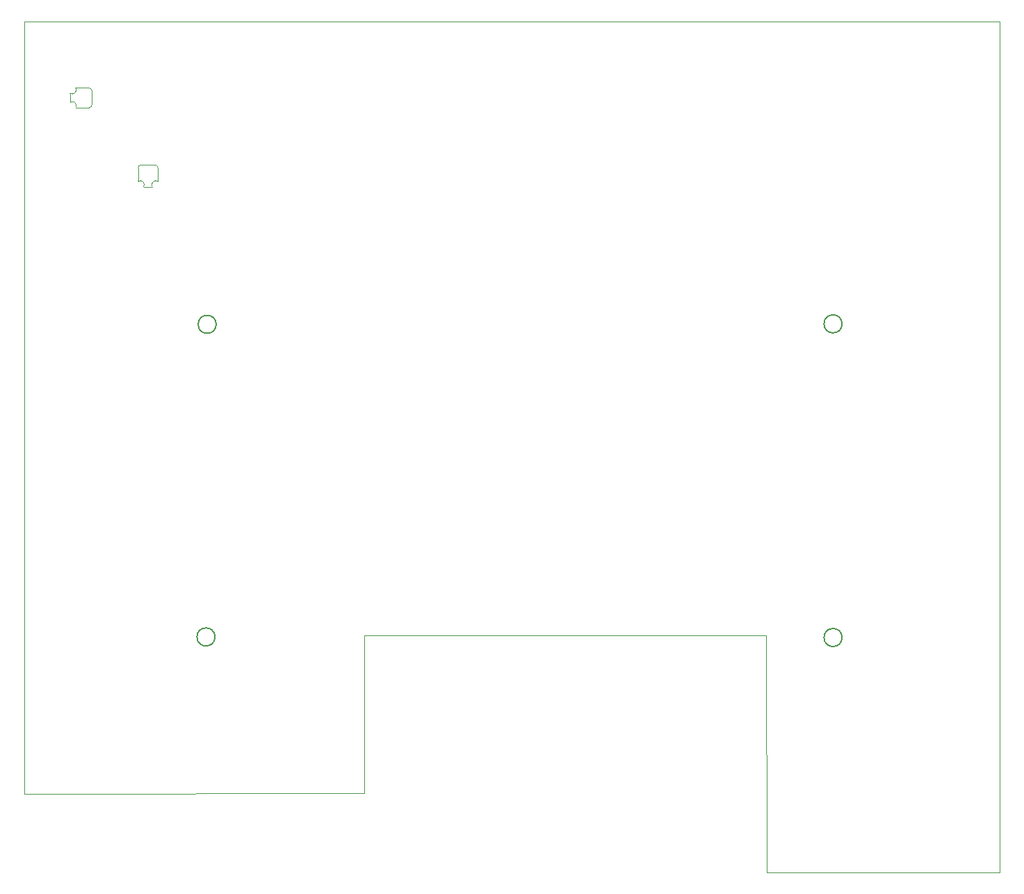
<source format=gbr>
%TF.GenerationSoftware,KiCad,Pcbnew,8.0.7*%
%TF.CreationDate,2025-02-15T16:41:36+09:00*%
%TF.ProjectId,cool642tb_R,636f6f6c-3634-4327-9462-5f522e6b6963,rev?*%
%TF.SameCoordinates,Original*%
%TF.FileFunction,Profile,NP*%
%FSLAX46Y46*%
G04 Gerber Fmt 4.6, Leading zero omitted, Abs format (unit mm)*
G04 Created by KiCad (PCBNEW 8.0.7) date 2025-02-15 16:41:36*
%MOMM*%
%LPD*%
G01*
G04 APERTURE LIST*
%TA.AperFunction,Profile*%
%ADD10C,0.050000*%
%TD*%
%TA.AperFunction,Profile*%
%ADD11C,0.200000*%
%TD*%
%TA.AperFunction,Profile*%
%ADD12C,0.120000*%
%TD*%
G04 APERTURE END LIST*
D10*
X86980000Y27380000D02*
X87020000Y-76290000D01*
D11*
X67810000Y-47670000D02*
G75*
G02*
X65610000Y-47670000I-1100000J0D01*
G01*
X65610000Y-47670000D02*
G75*
G02*
X67810000Y-47670000I1100000J0D01*
G01*
D10*
X87020000Y-76290000D02*
X58610000Y-76280000D01*
D11*
X67810000Y-9470000D02*
G75*
G02*
X65610000Y-9470000I-1100000J0D01*
G01*
X65610000Y-9470000D02*
G75*
G02*
X67810000Y-9470000I1100000J0D01*
G01*
D10*
X9580000Y-47410000D02*
X9580000Y-66640000D01*
X58610000Y-76280000D02*
X58570000Y-47410000D01*
D11*
X-8420000Y-9530000D02*
G75*
G02*
X-10620000Y-9530000I-1100000J0D01*
G01*
X-10620000Y-9530000D02*
G75*
G02*
X-8420000Y-9530000I1100000J0D01*
G01*
D10*
X9580000Y-66640000D02*
X-31750000Y-66690000D01*
X-31750000Y27380000D02*
X86980000Y27380000D01*
X58570000Y-47410000D02*
X9580000Y-47410000D01*
D11*
X-8560000Y-47600000D02*
G75*
G02*
X-10760000Y-47600000I-1100000J0D01*
G01*
X-10760000Y-47600000D02*
G75*
G02*
X-8560000Y-47600000I1100000J0D01*
G01*
D10*
X-31750000Y-66690000D02*
X-31750000Y27380000D01*
D12*
%TO.C,U1*%
X-26207753Y17550553D02*
X-26207753Y18591953D01*
X-25521953Y19277753D02*
X-23921753Y19277753D01*
X-23921753Y16864753D02*
X-25521953Y16864753D01*
X-23540753Y18896753D02*
X-23540753Y17245753D01*
X-17927753Y7908047D02*
X-17927753Y9508247D01*
X-17546753Y9889247D02*
X-15895753Y9889247D01*
X-16200553Y7222247D02*
X-17241953Y7222247D01*
X-15514753Y9508247D02*
X-15514753Y7908047D01*
X-26207753Y17550553D02*
G75*
G02*
X-25521953Y16864753I247753J-438047D01*
G01*
X-25521953Y19277753D02*
G75*
G02*
X-26207753Y18591953I-438047J-247753D01*
G01*
X-23921753Y19277753D02*
G75*
G02*
X-23540753Y18896753I8J-380992D01*
G01*
X-23540753Y17245753D02*
G75*
G02*
X-23921753Y16864753I-380996J-4D01*
G01*
X-17927753Y9508247D02*
G75*
G02*
X-17546753Y9889253I381003J3D01*
G01*
X-17927753Y7908047D02*
G75*
G02*
X-17241953Y7222247I247753J-438047D01*
G01*
X-16200553Y7222247D02*
G75*
G02*
X-15514749Y7908054I438053J247753D01*
G01*
X-15895753Y9889247D02*
G75*
G02*
X-15514753Y9508247I3J-380997D01*
G01*
%TD*%
M02*

</source>
